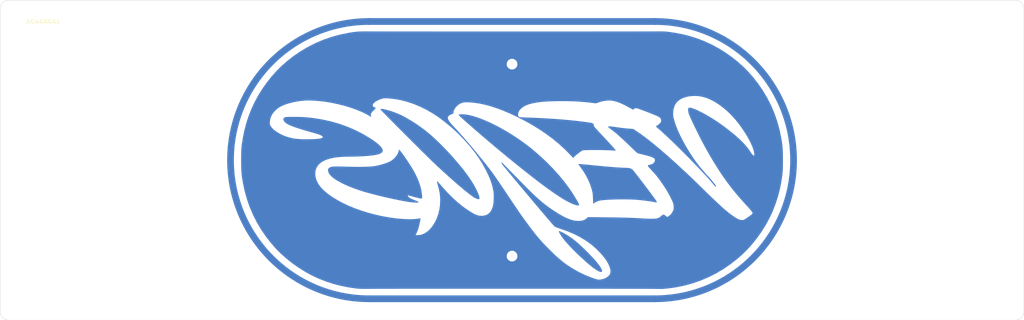
<source format=kicad_pcb>
(kicad_pcb (version 20211014) (generator pcbnew)
  (layers (0 "F.Cu" signal) (31 "B.Cu" signal) (34 "B.Paste" user) (35 "F.Paste" user) (36 "B.SilkS" user "B.Silkscreen") (37 "F.SilkS" user "F.Silkscreen") (38 "B.Mask" user) (39 "F.Mask" user) (44 "Edge.Cuts" user))
  (net 0 "")
  (footprint "MountingHole:MountingHole_3.2mm_M3" (layer "F.Cu") (at 285.75 38.1)
    (fp_text reference "REF**" hide)
    (fp_text value "MountingHole_3.2mm_M3" hide)
    (pad "" np_thru_hole circle (at 0 0) (size 3.2 3.2) (drill 3.2) (layers *.Cu *.Mask))
  )
  (footprint "MountingHole:MountingHole_3.2mm_M3" (layer "F.Cu") (at 304.8 95.25)
    (fp_text reference "REF**" hide)
    (fp_text value "MountingHole_3.2mm_M3" hide)
    (pad "" np_thru_hole circle (at 0 0) (size 3.2 3.2) (drill 3.2) (layers *.Cu *.Mask))
  )
  (footprint "MountingHole:MountingHole_3.2mm_M3" (layer "F.Cu") (at 38.1 38.1)
    (fp_text reference "REF**" hide)
    (fp_text value "MountingHole_3.2mm_M3" hide)
    (pad "" np_thru_hole circle (at 0 0) (size 3.2 3.2) (drill 3.2) (layers *.Cu *.Mask))
  )
  (footprint "MountingHole:MountingHole_3.2mm_M3" (layer "F.Cu") (at 38.1 95.25)
    (fp_text reference "REF**" hide)
    (fp_text value "MountingHole_3.2mm_M3" hide)
    (pad "" np_thru_hole circle (at 0 0) (size 3.2 3.2) (drill 3.2) (layers *.Cu *.Mask))
  )
  (footprint "MountingHole:MountingHole_3.2mm_M3" (layer "F.Cu") (at 171.45 38.1)
    (fp_text reference "REF**" hide)
    (fp_text value "MountingHole_3.2mm_M3" hide)
    (pad "" np_thru_hole circle (at 0 0) (size 3.2 3.2) (drill 3.2) (layers *.Cu *.Mask))
  )
  (footprint "MountingHole:MountingHole_3.2mm_M3" (layer "F.Cu") (at 171.45 95.25)
    (fp_text reference "REF**" hide)
    (fp_text value "MountingHole_3.2mm_M3" hide)
    (pad "" np_thru_hole circle (at 0 0) (size 3.2 3.2) (drill 3.2) (layers *.Cu *.Mask))
  )
  (footprint "mothface:vegas" (layer "B.Cu") (at 171.45 66.675 180)
    (fp_text reference "G***" hide)
    (fp_text value "LOGO" hide)
    (fp_poly (pts (xy -19.729073 -1.140269) (xy -19.757527 -1.221253) (xy -19.868316 -1.399292) (xy -20.038542 -1.638055) (xy -20.064528 -1.672564) (xy -21.103154 -3.130147) (xy -21.983885 -4.556134) (xy -22.712944 -5.962877) (xy -23.296553 -7.362727) (xy -23.740935 -8.768036) (xy -23.843749 -9.174582) (xy -23.933695 -9.587189) (xy -23.9988 -9.985711) (xy -24.044103 -10.417122) (xy -24.074645 -10.928397) (xy -24.093951 -11.506223) (xy -24.107177 -11.981005) (xy -24.120576 -12.392055) (xy -24.133075 -12.711274) (xy -24.143598 -12.910564) (xy -24.149723 -12.964662) (xy -24.222445 -12.934915) (xy -24.33826 -12.856178) (xy -24.613403 -12.681943) (xy -24.991417 -12.48432) (xy -25.413449 -12.291986) (xy -25.820645 -12.133615) (xy -25.82284 -12.132854) (xy -26.161389 -12.047587) (xy -26.650326 -11.969998) (xy -27.270291 -11.900578) (xy -28.001925 -11.839814) (xy -28.825868 -11.788196) (xy -29.722759 -11.746214) (xy -30.673241 -11.714357) (xy -31.657951 -11.693114) (xy -32.657532 -11.682975) (xy -33.652624 -11.684428) (xy -34.623866 -11.697963) (xy -35.551899 -11.724069) (xy -36.417363 -11.763235) (xy -37.200899 -11.815951) (xy -37.462876 -11.838682) (xy -38.220419 -11.913454) (xy -38.983789 -11.99689) (xy -39.729539 -12.085767) (xy -40.434224 -12.176865) (xy -41.074399 -12.266959) (xy -41.626618 -12.352827) (xy -42.067436 -12.431247) (xy -42.373407 -12.498996) (xy -42.463234 -12.525979) (xy -42.754927 -12.598925) (xy -42.966986 -12.593184) (xy -43.066182 -12.511051) (xy -43.069565 -12.484067) (xy -43.041836 -12.35913) (xy -42.985162 -12.191739) (xy -42.914604 -12.072997) (xy -42.750949 -11.833803) (xy -42.504841 -11.488249) (xy -42.186923 -11.050433) (xy -41.807842 -10.53445) (xy -41.37824 -9.954394) (xy -40.908763 -9.324362) (xy -40.410055 -8.658449) (xy -39.892759 -7.97075) (xy -39.367522 -7.275361) (xy -38.844986 -6.586377) (xy -38.335797 -5.917894) (xy -37.850598 -5.284008) (xy -37.400034 -4.698813) (xy -36.99475 -4.176405) (xy -36.64539 -3.730879) (xy -36.362599 -3.376332) (xy -36.15702 -3.126858) (xy -36.046631 -3.003639) (xy -35.81941 -2.790168) (xy -35.604821 -2.624779) (xy -35.376443 -2.500655) (xy -35.10786 -2.410979) (xy -34.772651 -2.348934) (xy -34.344399 -2.307704) (xy -33.796683 -2.28047) (xy -33.172909 -2.262124) (xy -32.696396 -2.245752) (xy -32.139612 -2.217871) (xy -31.493536 -2.177725) (xy -30.749143 -2.124561) (xy -29.897411 -2.057622) (xy -28.929316 -1.976153) (xy -27.835834 -1.879399) (xy -26.607943 -1.766605) (xy -25.236618 -1.637015) (xy -23.712837 -1.489875) (xy -22.350243 -1.356284) (xy -21.706767 -1.294171) (xy -21.119315 -1.240031) (xy -20.608765 -1.195585) (xy -20.195993 -1.162554) (xy -19.901878 -1.142659) (xy -19.747296 -1.137619)) (layer "B.Cu") (width 0) (fill solid))
    (fp_poly (pts (xy 15.114233 13.660474) (xy 15.482734 13.636175) (xy 15.739609 13.596465) (xy 15.857475 13.545799) (xy 15.861058 13.538955) (xy 15.860393 13.473794) (xy 15.815595 13.380927) (xy 15.716616 13.250573) (xy 15.553407 13.07295) (xy 15.315921 12.838276) (xy 14.994108 12.53677) (xy 14.57792 12.158648) (xy 14.057309 11.694131) (xy 13.422226 11.133435) (xy 13.090969 10.842357) (xy 10.203516 8.329016) (xy 7.294021 5.837829) (xy 4.385529 3.387938) (xy 1.501083 0.998486) (xy -1.336276 -1.311386) (xy -4.103504 -3.522535) (xy -5.904013 -4.937039) (xy -7.674819 -6.303182) (xy -9.328642 -7.54803) (xy -10.866689 -8.672344) (xy -12.290164 -9.676885) (xy -13.600274 -10.562413) (xy -14.798226 -11.329687) (xy -15.885225 -11.979468) (xy -16.862477 -12.512517) (xy -17.731189 -12.929593) (xy -18.492566 -13.231456) (xy -19.147815 -13.418868) (xy -19.442564 -13.470761) (xy -19.689139 -13.488861) (xy -19.861804 -13.47519) (xy -19.899498 -13.458164) (xy -19.950787 -13.364204) (xy -19.945872 -13.22283) (xy -19.876794 -13.012071) (xy -19.735595 -12.709959) (xy -19.514318 -12.294523) (xy -19.409846 -12.106422) (xy -18.26475 -10.195343) (xy -16.962333 -8.269445) (xy -15.51303 -6.340803) (xy -13.927277 -4.421491) (xy -12.21551 -2.523585) (xy -10.388165 -0.659156) (xy -8.455678 1.159719) (xy -6.428484 2.920967) (xy -6.40325 2.942016) (xy -5.043019 4.038642) (xy -3.63226 5.105093) (xy -2.182459 6.135649) (xy -0.705098 7.12459) (xy 0.788339 8.066195) (xy 2.286367 8.954743) (xy 3.777504 9.784515) (xy 5.250265 10.549789) (xy 6.693167 11.244846) (xy 8.094725 11.863965) (xy 9.443456 12.401426) (xy 10.727877 12.851508) (xy 11.936503 13.208491) (xy 13.05785 13.466655) (xy 14.080436 13.620279) (xy 14.992775 13.663642)) (layer "B.Cu") (width 0) (fill solid))
    (fp_poly (pts (xy 39.081082 15.235143) (xy 39.08704 15.229884) (xy 39.138721 15.115295) (xy 39.06907 14.952952) (xy 39.05685 14.934295) (xy 38.972742 14.837999) (xy 38.776818 14.630816) (xy 38.477861 14.321534) (xy 38.084653 13.91894) (xy 37.605977 13.431821) (xy 37.050616 12.868964) (xy 36.427353 12.239157) (xy 35.74497 11.551187) (xy 35.012251 10.813841) (xy 34.237978 10.035905) (xy 33.430934 9.226169) (xy 32.599902 8.393418) (xy 31.753665 7.546439) (xy 30.901004 6.694021) (xy 30.050704 5.84495) (xy 29.211547 5.008013) (xy 28.392315 4.191998) (xy 27.601792 3.405692) (xy 26.848761 2.657882) (xy 26.142003 1.957355) (xy 25.490303 1.312899) (xy 24.902442 0.7333) (xy 24.387203 0.227346) (xy 23.95337 -0.196176) (xy 23.609725 -0.528478) (xy 23.441202 -0.6892) (xy 22.070515 -1.975411) (xy 20.716221 -3.226675) (xy 19.39005 -4.432745) (xy 18.103729 -5.583373) (xy 16.868986 -6.668312) (xy 15.697549 -7.677316) (xy 14.601148 -8.600138) (xy 13.591509 -9.426529) (xy 12.680361 -10.146244) (xy 12.190301 -10.519256) (xy 11.631033 -10.912769) (xy 11.113818 -11.228149) (xy 10.653995 -11.459305) (xy 10.266902 -11.600146) (xy 9.967878 -11.64458) (xy 9.77226 -11.586516) (xy 9.712204 -11.503411) (xy 9.688042 -11.250125) (xy 9.753513 -10.873985) (xy 9.900989 -10.39145) (xy 10.122845 -9.818975) (xy 10.411455 -9.173016) (xy 10.759194 -8.470029) (xy 11.158435 -7.726471) (xy 11.601552 -6.958798) (xy 12.080921 -6.183466) (xy 12.411438 -5.67856) (xy 13.293922 -4.4167) (xy 14.290872 -3.089559) (xy 15.383476 -1.717489) (xy 16.552921 -0.320841) (xy 17.780395 1.080035) (xy 19.047086 2.464787) (xy 20.334181 3.813065) (xy 21.622868 5.104516) (xy 22.894336 6.318791) (xy 24.129771 7.435538) (xy 25.310361 8.434405) (xy 25.867224 8.87784) (xy 27.300148 9.946876) (xy 28.766843 10.953164) (xy 30.240101 11.880144) (xy 31.692712 12.711252) (xy 33.097469 13.429926) (xy 34.070336 13.871165) (xy 34.653716 14.107236) (xy 35.27726 14.336988) (xy 35.919046 14.554486) (xy 36.557155 14.753791) (xy 37.169667 14.928969) (xy 37.734663 15.074081) (xy 38.230222 15.183191) (xy 38.634425 15.250363) (xy 38.925351 15.269659)) (layer "B.Cu") (width 0) (fill solid))
    (fp_poly (pts (xy -13.93321 -21.180938) (xy -13.931772 -21.222046) (xy -13.977733 -21.383092) (xy -14.102831 -21.649618) (xy -14.287888 -21.98854) (xy -14.513725 -22.366774) (xy -14.761163 -22.751236) (xy -15.011026 -23.108843) (xy -15.076051 -23.196019) (xy -15.708133 -23.986752) (xy -16.465565 -24.859849) (xy -17.334101 -25.800831) (xy -18.299493 -26.795218) (xy -19.347495 -27.82853) (xy -20.463861 -28.886289) (xy -21.634344 -29.954016) (xy -22.341806 -30.580389) (xy -23.151916 -31.269645) (xy -23.899053 -31.865063) (xy -24.576576 -32.362925) (xy -25.177841 -32.759509) (xy -25.696207 -33.051096) (xy -26.125032 -33.233966) (xy -26.457672 -33.304401) (xy -26.687487 -33.258679) (xy -26.807835 -33.093081) (xy -26.810512 -33.082982) (xy -26.798194 -32.843549) (xy -26.676561 -32.501238) (xy -26.455612 -32.074128) (xy -26.145343 -31.580297) (xy -25.755752 -31.037825) (xy -25.496911 -30.707444) (xy -24.83876 -29.924339) (xy -24.075985 -29.071588) (xy -23.236878 -28.177414) (xy -22.349732 -27.27004) (xy -21.442839 -26.377688) (xy -20.544493 -25.528582) (xy -19.682985 -24.750945) (xy -18.886609 -24.072998) (xy -18.671094 -23.898441) (xy -17.979091 -23.369032) (xy -17.251415 -22.85494) (xy -16.517082 -22.37402) (xy -15.805105 -21.944129) (xy -15.144499 -21.583124) (xy -14.564278 -21.308863) (xy -14.287519 -21.20061) (xy -14.067946 -21.128973) (xy -13.964056 -21.121559)) (layer "B.Cu") (width 0) (fill solid))
    (fp_poly (pts (xy -43.229454 38.333153) (xy -42.385253 38.327194) (xy -42.177592 38.325302) (xy -41.85001 38.323056) (xy -41.359264 38.3209) (xy -40.712091 38.318836) (xy -39.915226 38.316862) (xy -38.975406 38.31498) (xy -37.899365 38.313188) (xy -36.69384 38.311487) (xy -35.365568 38.309877) (xy -33.921284 38.308358) (xy -32.367723 38.306929) (xy -30.711623 38.305592) (xy -28.959718 38.304345) (xy -27.118745 38.303189) (xy -25.195441 38.302124) (xy -23.196539 38.30115) (xy -21.128778 38.300267) (xy -18.998892 38.299474) (xy -16.813618 38.298773) (xy -14.579692 38.298162) (xy -12.303849 38.297642) (xy -9.992826 38.297213) (xy -7.653358 38.296875) (xy -5.292182 38.296627) (xy -2.916033 38.296471) (xy -0.531648 38.296405) (xy 1.854239 38.29643) (xy 4.23489 38.296546) (xy 6.603569 38.296753) (xy 8.953542 38.297051) (xy 11.278071 38.297439) (xy 13.570421 38.297919) (xy 15.823856 38.298489) (xy 18.03164 38.29915) (xy 20.187038 38.299902) (xy 22.283312 38.300745) (xy 24.313727 38.301679) (xy 26.271547 38.302703) (xy 28.150037 38.303819) (xy 29.942459 38.305025) (xy 31.642079 38.306322) (xy 33.24216 38.30771) (xy 34.735967 38.309189) (xy 36.116763 38.310758) (xy 37.377812 38.312419) (xy 38.512379 38.31417) (xy 39.513727 38.316012) (xy 40.375121 38.317945) (xy 41.089825 38.319969) (xy 41.651102 38.322084) (xy 42.052216 38.32429) (xy 42.177592 38.325302) (xy 43.161946 38.331987) (xy 44.006274 38.330688) (xy 44.740346 38.319385) (xy 45.393932 38.296058) (xy 45.996802 38.258689) (xy 46.578724 38.205258) (xy 47.169468 38.133746) (xy 47.798805 38.042134) (xy 48.496503 37.928403) (xy 48.803679 37.87587) (xy 51.334621 37.354456) (xy 53.801265 36.675992) (xy 56.201305 35.841613) (xy 58.532434 34.852456) (xy 60.792346 33.709657) (xy 62.978733 32.414351) (xy 65.089289 30.967676) (xy 67.121706 29.370766) (xy 68.467041 28.191305) (xy 70.033226 26.656609) (xy 71.538528 24.981943) (xy 72.965864 23.19149) (xy 74.298152 21.309436) (xy 75.518308 19.359968) (xy 76.609249 17.36727) (xy 77.553892 15.355528) (xy 77.585498 15.281785) (xy 78.436246 13.122308) (xy 79.149295 10.942662) (xy 79.732164 8.714464) (xy 80.192366 6.409334) (xy 80.507636 4.247492) (xy 80.552269 3.84199) (xy 80.587745 3.418339) (xy 80.614935 2.951959) (xy 80.634711 2.418266) (xy 80.647946 1.79268) (xy 80.655512 1.050617) (xy 80.65828 0.167497) (xy 80.658337 0) (xy 80.655103 -1.003829) (xy 80.643862 -1.869289) (xy 80.622305 -2.627816) (xy 80.588122 -3.310843) (xy 80.539004 -3.949808) (xy 80.47264 -4.576143) (xy 80.386722 -5.221286) (xy 80.278941 -5.91667) (xy 80.180887 -6.498662) (xy 79.659473 -9.029604) (xy 78.981009 -11.496248) (xy 78.14663 -13.896288) (xy 77.157473 -16.227417) (xy 76.014674 -18.487329) (xy 74.719368 -20.673716) (xy 73.272693 -22.784271) (xy 71.675783 -24.816689) (xy 70.496322 -26.162024) (xy 68.961626 -27.728208) (xy 67.286959 -29.233511) (xy 65.496507 -30.660847) (xy 63.614453 -31.993135) (xy 61.664985 -33.213291) (xy 59.672287 -34.304232) (xy 57.660545 -35.248875) (xy 57.586802 -35.280481) (xy 55.450604 -36.122909) (xy 53.295581 -36.830233) (xy 51.092598 -37.41017) (xy 48.812523 -37.870437) (xy 46.552509 -38.203384) (xy 46.186491 -38.244988) (xy 45.824334 -38.277787) (xy 45.441982 -38.30245) (xy 45.015375 -38.319647) (xy 44.520457 -38.33005) (xy 43.933169 -38.334329) (xy 43.229454 -38.333153) (xy 42.385253 -38.327194) (xy 42.177592 -38.325301) (xy 41.785707 -38.322445) (xy 41.235762 -38.319718) (xy 40.534358 -38.317119) (xy 39.688094 -38.314647) (xy 38.703571 -38.312302) (xy 37.587389 -38.310084) (xy 36.346149 -38.307991) (xy 34.98645 -38.306024) (xy 33.514893 -38.304182) (xy 31.938078 -38.302464) (xy 30.262605 -38.300871) (xy 28.495075 -38.2994) (xy 26.642087 -38.298053) (xy 24.710243 -38.296828) (xy 22.706142 -38.295725) (xy 20.636384 -38.294743) (xy 18.50757 -38.293882) (xy 16.326301 -38.293141) (xy 14.099175 -38.29252) (xy 11.832794 -38.292018) (xy 9.533757 -38.291635) (xy 7.208666 -38.29137) (xy 4.864119 -38.291223) (xy 2.506718 -38.291193) (xy 0.143063 -38.291279) (xy -2.220246 -38.291482) (xy -4.576609 -38.291801) (xy -6.919426 -38.292234) (xy -9.242096 -38.292783) (xy -11.53802 -38.293445) (xy -13.800596 -38.294221) (xy -16.023225 -38.29511) (xy -18.199306 -38.296112) (xy -20.322239 -38.297225) (xy -22.385425 -38.29845) (xy -24.382262 -38.299786) (xy -26.30615 -38.301233) (xy -28.15049 -38.302789) (xy -29.90868 -38.304455) (xy -31.574122 -38.30623) (xy -33.140213 -38.308114) (xy -34.600355 -38.310105) (xy -35.947947 -38.312203) (xy -37.176389 -38.314409) (xy -38.279081 -38.316721) (xy -39.249421 -38.319138) (xy -40.080811 -38.321661) (xy -40.766649 -38.324289) (xy -41.300336 -38.327021) (xy -41.675272 -38.329857) (xy -41.837792 -38.331871) (xy -42.530027 -38.342168) (xy -43.183667 -38.349586) (xy -43.775161 -38.354034) (xy -44.280953 -38.35542) (xy -44.67749 -38.353652) (xy -44.941219 -38.34864) (xy -45.023411 -38.344267) (xy -45.787172 -38.269828) (xy -46.587535 -38.181168) (xy -47.375073 -38.084411) (xy -48.100357 -37.985682) (xy -48.713957 -37.891106) (xy -48.803679 -37.875869) (xy -51.33462 -37.354456) (xy -53.801265 -36.675992) (xy -56.201305 -35.841613) (xy -58.532434 -34.852456) (xy -60.792345 -33.709657) (xy -62.978732 -32.414351) (xy -65.089288 -30.967676) (xy -67.121706 -29.370766) (xy -68.46704 -28.191305) (xy -70.033225 -26.656609) (xy -71.538527 -24.981942) (xy -72.965864 -23.191489) (xy -74.298152 -21.309436) (xy -75.518308 -19.359968) (xy -76.609249 -17.36727) (xy -77.553892 -15.355528) (xy -77.585497 -15.281785) (xy -78.436245 -13.122308) (xy -79.149295 -10.942661) (xy -79.732163 -8.714464) (xy -80.192366 -6.409334) (xy -80.507635 -4.247492) (xy -80.552269 -3.841989) (xy -80.587745 -3.418339) (xy -80.614935 -2.951959) (xy -80.634711 -2.418266) (xy -80.647946 -1.792679) (xy -80.655511 -1.050617) (xy -80.65828 -0.167497) (xy -80.658336 0) (xy -80.655102 1.003829) (xy -80.646547 1.662516) (xy -72.120744 1.662516) (xy -72.118469 1.476125) (xy -72.085741 1.387396) (xy -72.015318 1.360589) (xy -71.97357 1.359197) (xy -71.836195 1.401673) (xy -71.667612 1.538247) (xy -71.45607 1.782641) (xy -71.189822 2.148577) (xy -70.857119 2.649777) (xy -70.822419 2.703696) (xy -70.221444 3.560151) (xy -69.499638 4.443669) (xy -68.651039 5.359991) (xy -67.669688 6.314859) (xy -66.549623 7.314013) (xy -65.284884 8.363194) (xy -63.86951 9.468143) (xy -63.542475 9.71541) (xy -62.117456 10.759983) (xy -60.761857 11.695137) (xy -59.438927 12.544099) (xy -58.111916 13.33009) (xy -56.744072 14.076337) (xy -56.183867 14.365554) (xy -55.25413 14.821727) (xy -54.45928 15.175765) (xy -53.798592 15.427884) (xy -53.271342 15.578301) (xy -52.876808 15.627233) (xy -52.614264 15.574895) (xy -52.501985 15.466454) (xy -52.430774 15.204821) (xy -52.419903 14.836183) (xy -52.466481 14.41123) (xy -52.567615 13.980654) (xy -52.590923 13.907855) (xy -52.737262 13.514823) (xy -52.955316 12.990157) (xy -53.23631 12.351846) (xy -53.571464 11.61788) (xy -53.952 10.806246) (xy -54.369142 9.934933) (xy -54.814112 9.02193) (xy -55.278131 8.085225) (xy -55.752422 7.142806) (xy -56.228206 6.212662) (xy -56.696707 5.312782) (xy -57.149147 4.461154) (xy -57.576747 3.675766) (xy -57.636476 3.567893) (xy -58.921472 1.303421) (xy -60.183675 -0.814829) (xy -61.436909 -2.806542) (xy -62.695 -4.691401) (xy -63.971774 -6.489091) (xy -65.281058 -8.219297) (xy -66.636676 -9.901702) (xy -68.052454 -11.555992) (xy -69.006266 -12.619769) (xy -69.636799 -13.310937) (xy -70.16181 -13.8881) (xy -70.589927 -14.363089) (xy -70.929781 -14.747736) (xy -71.190004 -15.053871) (xy -71.379225 -15.293326) (xy -71.506075 -15.477932) (xy -71.579184 -15.61952) (xy -71.607183 -15.729922) (xy -71.598702 -15.820968) (xy -71.562372 -15.90449) (xy -71.506823 -15.99232) (xy -71.487628 -16.021387) (xy -71.37949 -16.128472) (xy -71.158608 -16.307643) (xy -70.854381 -16.53792) (xy -70.496208 -16.798326) (xy -70.113488 -17.067879) (xy -69.73562 -17.325601) (xy -69.392004 -17.550512) (xy -69.112039 -17.721634) (xy -69.077375 -17.741353) (xy -68.791523 -17.828687) (xy -68.413513 -17.84568) (xy -68.005077 -17.793989) (xy -67.697929 -17.704308) (xy -67.284647 -17.515227) (xy -66.779661 -17.237624) (xy -66.21993 -16.893938) (xy -65.642413 -16.506606) (xy -65.21168 -16.194854) (xy -64.726467 -15.824362) (xy -64.23473 -15.434454) (xy -63.726098 -15.015656) (xy -63.190199 -14.558496) (xy -62.616662 -14.053501) (xy -61.995115 -13.491199) (xy -61.315188 -12.862117) (xy -60.566509 -12.156782) (xy -59.738707 -11.365722) (xy -58.82141 -10.479465) (xy -57.804248 -9.488537) (xy -56.91175 -8.61417) (xy -54.872095 -6.627792) (xy -52.891526 -4.730887) (xy -50.974328 -2.927178) (xy -49.124791 -1.220386) (xy -47.347202 0.385766) (xy -45.64585 1.887555) (xy -44.025021 3.281259) (xy -42.489004 4.563156) (xy -41.042086 5.729523) (xy -39.688556 6.776639) (xy -38.432701 7.70078) (xy -37.27881 8.498224) (xy -36.953177 8.712188) (xy -36.061204 9.290674) (xy -35.084281 9.358819) (xy -33.957061 9.454652) (xy -32.704913 9.592384) (xy -31.366343 9.767493) (xy -30.419615 9.90665) (xy -29.804611 9.995634) (xy -29.338807 10.049161) (xy -29.005234 10.067183) (xy -28.786921 10.04965) (xy -28.666899 9.996515) (xy -28.6282 9.907728) (xy -28.628093 9.901498) (xy -28.637991 9.843143) (xy -28.680445 9.77546) (xy -28.774594 9.682332) (xy -28.939579 9.547644) (xy -29.194539 9.355279) (xy -29.558615 9.089123) (xy -29.803475 8.911825) (xy -30.351434 8.493051) (xy -31.005358 7.952259) (xy -31.76631 7.288487) (xy -32.635355 6.500775) (xy -33.613554 5.588163) (xy -34.701971 4.549688) (xy -35.685179 3.596015) (xy -36.188956 3.10729) (xy -36.58979 2.726611) (xy -36.903529 2.440553) (xy -37.146019 2.235693) (xy -37.333106 2.098606) (xy -37.480638 2.015868) (xy -37.598131 1.975486) (xy -38.65005 1.727127) (xy -39.546527 1.505766) (xy -40.299171 1.307421) (xy -40.919591 1.128111) (xy -41.419396 0.963853) (xy -41.810195 0.810666) (xy -42.103597 0.664568) (xy -42.311212 0.521576) (xy -42.444649 0.37771) (xy -42.4903 0.297484) (xy -42.552491 -0.027566) (xy -42.47504 -0.368921) (xy -42.282337 -0.698628) (xy -41.998775 -0.988732) (xy -41.648744 -1.211278) (xy -41.256636 -1.338313) (xy -41.046422 -1.357332) (xy -40.720222 -1.402826) (xy -40.508729 -1.525152) (xy -40.43612 -1.70399) (xy -40.494808 -1.827148) (xy -40.660909 -2.050103) (xy -40.919476 -2.354781) (xy -41.255563 -2.723104) (xy -41.434586 -2.911536) (xy -42.17233 -3.706725) (xy -42.876763 -4.5264) (xy -43.568195 -5.397091) (xy -44.266937 -6.345329) (xy -44.993298 -7.397645) (xy -45.732468 -8.525778) (xy -46.047654 -9.037612) (xy -46.388739 -9.626731) (xy -46.738207 -10.259602) (xy -47.078542 -10.902694) (xy -47.392225 -11.522477) (xy -47.661741 -12.085418) (xy -47.869574 -12.557987) (xy -47.958086 -12.786174) (xy -48.061571 -13.216032) (xy -48.112801 -13.762437) (xy -48.116911 -13.931772) (xy -48.11225 -14.325222) (xy -48.080644 -14.616518) (xy -48.009565 -14.872795) (xy -47.888162 -15.15761) (xy -47.704356 -15.501907) (xy -47.483264 -15.850095) (xy -47.342193 -16.03975) (xy -47.120515 -16.273459) (xy -46.848942 -16.508143) (xy -46.570015 -16.712477) (xy -46.326272 -16.855138) (xy -46.167121 -16.905017) (xy -46.057293 -16.849451) (xy -45.875662 -16.706042) (xy -45.723199 -16.565217) (xy -45.429788 -16.322473) (xy -45.16679 -16.221137) (xy -44.902508 -16.262917) (xy -44.605243 -16.449522) (xy -44.392349 -16.636921) (xy -44.054292 -16.926367) (xy -43.716383 -17.140635) (xy -43.344763 -17.290006) (xy -42.905572 -17.384765) (xy -42.364951 -17.435196) (xy -41.710368 -17.451493) (xy -41.214615 -17.447413) (xy -40.604631 -17.432557) (xy -39.935611 -17.408838) (xy -39.262749 -17.378166) (xy -38.737123 -17.348561) (xy -37.771383 -17.291397) (xy -36.80867 -17.241019) (xy -35.828493 -17.196814) (xy -34.810361 -17.158168) (xy -33.733781 -17.124467) (xy -32.578263 -17.095098) (xy -31.323314 -17.069448) (xy -29.948443 -17.046903) (xy -28.433159 -17.026849) (xy -27.719071 -17.018682) (xy -22.605032 -16.962629) (xy -22.264872 -17.269943) (xy -21.80754 -17.623906) (xy -21.321612 -17.871272) (xy -20.770615 -18.023973) (xy -20.118074 -18.09394) (xy -19.722616 -18.101573) (xy -18.933237 -18.048079) (xy -18.101121 -17.890563) (xy -17.216655 -17.624878) (xy -16.270231 -17.246879) (xy -15.252237 -16.752423) (xy -14.153063 -16.137362) (xy -12.963098 -15.397553) (xy -12.062876 -14.797725) (xy -11.494811 -14.406564) (xy -10.95884 -14.029239) (xy -10.445997 -13.657524) (xy -9.947312 -13.283197) (xy -9.453821 -12.898034) (xy -8.956554 -12.49381) (xy -8.446545 -12.062302) (xy -7.914827 -11.595287) (xy -7.352432 -11.084539) (xy -6.750394 -10.521837) (xy -6.099744 -9.898954) (xy -5.391516 -9.207669) (xy -4.616743 -8.439756) (xy -3.766457 -7.586992) (xy -2.831691 -6.641154) (xy -1.803478 -5.594017) (xy -0.67285 -4.437358) (xy 0.11391 -3.630411) (xy 0.687424 -3.043315) (xy 1.225956 -2.49509) (xy 1.717751 -1.997485) (xy 2.151055 -1.56225) (xy 2.514115 -1.201133) (xy 2.795177 -0.925884) (xy 2.982486 -0.748251) (xy 3.06429 -0.679983) (xy 3.065917 -0.679599) (xy 3.145615 -0.737979) (xy 3.102127 -0.912929) (xy 2.935598 -1.20416) (xy 2.64617 -1.611385) (xy 2.513773 -1.783946) (xy 2.381524 -1.948632) (xy 2.147096 -2.234771) (xy 1.817651 -2.633779) (xy 1.400354 -3.137071) (xy 0.902367 -3.73606) (xy 0.330853 -4.422163) (xy -0.307026 -5.186793) (xy -1.004106 -6.021365) (xy -1.753224 -6.917295) (xy -2.547217 -7.865995) (xy -3.378922 -8.858882) (xy -4.241177 -9.887371) (xy -5.126819 -10.942874) (xy -5.280516 -11.125961) (xy -6.401125 -12.459783) (xy -7.417152 -13.667031) (xy -8.332323 -14.752037) (xy -9.150359 -15.719129) (xy -9.874988 -16.572638) (xy -10.509932 -17.316895) (xy -11.058916 -17.956228) (xy -11.525664 -18.494969) (xy -11.913901 -18.937446) (xy -12.227352 -19.287991) (xy -12.469739 -19.550934) (xy -12.644789 -19.730604) (xy -12.756224 -19.831331) (xy -12.785369 -19.851372) (xy -12.987899 -19.945323) (xy -13.313795 -20.074077) (xy -13.723855 -20.223062) (xy -14.178877 -20.37771) (xy -14.356521 -20.435282) (xy -16.47723 -21.182952) (xy -18.459426 -22.027218) (xy -20.305273 -22.969409) (xy -22.016938 -24.010857) (xy -23.596586 -25.152891) (xy -25.046381 -26.396841) (xy -26.36849 -27.74404) (xy -26.509095 -27.901851) (xy -27.167476 -28.67538) (xy -27.709818 -29.375904) (xy -28.156209 -30.03208) (xy -28.526736 -30.672564) (xy -28.715278 -31.049164) (xy -29.040585 -31.815942) (xy -29.239985 -32.483923) (xy -29.31543 -33.066192) (xy -29.268872 -33.575834) (xy -29.1463 -33.937458) (xy -28.867174 -34.355038) (xy -28.449705 -34.735915) (xy -27.924111 -35.06469) (xy -27.320608 -35.325967) (xy -26.669411 -35.504349) (xy -26.000737 -35.584438) (xy -25.909323 -35.586902) (xy -25.650391 -35.57236) (xy -25.34112 -35.516153) (xy -24.949715 -35.410511) (xy -24.444382 -35.247662) (xy -24.252801 -35.181984) (xy -22.138457 -34.366658) (xy -20.108963 -33.412833) (xy -18.133569 -32.306195) (xy -17.223232 -31.737738) (xy -16.374465 -31.170541) (xy -15.563469 -30.585292) (xy -14.766445 -29.962681) (xy -13.959595 -29.283395) (xy -13.119118 -28.528125) (xy -12.221215 -27.677557) (xy -11.252053 -26.722358) (xy -10.390804 -25.852612) (xy -9.624445 -25.059898) (xy -8.929116 -24.316487) (xy -8.280959 -23.594649) (xy -7.656116 -22.866652) (xy -7.030728 -22.104767) (xy -6.380936 -21.281263) (xy -5.682883 -20.368411) (xy -4.998094 -19.453512) (xy -4.519846 -18.808145) (xy -4.079692 -18.210251) (xy -3.66623 -17.643442) (xy -3.268059 -17.091329) (xy -2.873777 -16.537523) (xy -2.471982 -15.965636) (xy -2.051274 -15.35928) (xy -1.600249 -14.702067) (xy -1.107506 -13.977607) (xy -0.561644 -13.169512) (xy 0.048739 -12.261394) (xy 0.735045 -11.236864) (xy 1.129229 -10.64739) (xy 5.443644 -10.64739) (xy 5.448406 -11.324211) (xy 5.477804 -12.010553) (xy 5.529953 -12.660698) (xy 5.602974 -13.228925) (xy 5.685492 -13.634448) (xy 5.965149 -14.481829) (xy 6.321981 -15.179626) (xy 6.760646 -15.731901) (xy 7.285808 -16.14272) (xy 7.902125 -16.416146) (xy 8.614259 -16.556242) (xy 9.061489 -16.577988) (xy 9.59903 -16.553963) (xy 10.093432 -16.469538) (xy 10.590506 -16.310991) (xy 11.136065 -16.0646) (xy 11.595652 -15.818923) (xy 13.111663 -14.892268) (xy 14.642857 -13.802772) (xy 16.18278 -12.556112) (xy 17.724979 -11.157963) (xy 19.263002 -9.614001) (xy 20.790395 -7.929903) (xy 21.460876 -7.141824) (xy 21.727958 -6.829781) (xy 21.964481 -6.56805) (xy 22.14519 -6.383609) (xy 22.244828 -6.303437) (xy 22.246149 -6.302974) (xy 22.307881 -6.31206) (xy 22.330934 -6.402088) (xy 22.312634 -6.58918) (xy 22.250303 -6.889455) (xy 22.141267 -7.319036) (xy 21.98285 -7.894044) (xy 21.980895 -7.900981) (xy 21.747188 -8.794731) (xy 21.580746 -9.598724) (xy 21.47247 -10.374975) (xy 21.41326 -11.185496) (xy 21.395173 -11.892976) (xy 21.452285 -13.350397) (xy 21.648075 -14.760643) (xy 21.977475 -16.110081) (xy 22.435414 -17.38508) (xy 23.016821 -18.572005) (xy 23.716627 -19.657224) (xy 24.52976 -20.627105) (xy 24.712726 -20.813153) (xy 25.440329 -21.424648) (xy 26.23475 -21.891572) (xy 27.07647 -22.202512) (xy 27.098997 -22.208462) (xy 27.363681 -22.261501) (xy 27.68152 -22.301902) (xy 28.012618 -22.327929) (xy 28.317075 -22.337844) (xy 28.554994 -22.329913) (xy 28.686478 -22.302397) (xy 28.698885 -22.278094) (xy 28.650534 -22.176939) (xy 28.546649 -21.963522) (xy 28.406794 -21.677985) (xy 28.357306 -21.577257) (xy 28.183036 -21.196241) (xy 28.026362 -20.790059) (xy 27.878265 -20.328688) (xy 27.729732 -19.782109) (xy 27.571744 -19.1203) (xy 27.440181 -18.523543) (xy 27.333806 -18.009079) (xy 27.26914 -17.64253) (xy 27.244892 -17.407441) (xy 27.259768 -17.287359) (xy 27.312478 -17.265831) (xy 27.342559 -17.280315) (xy 27.536555 -17.34999) (xy 27.870632 -17.416117) (xy 28.314973 -17.475751) (xy 28.839762 -17.525942) (xy 29.41518 -17.563745) (xy 30.01141 -17.586212) (xy 30.487155 -17.59115) (xy 32.402389 -17.527634) (xy 34.40167 -17.353637) (xy 36.459407 -17.075746) (xy 38.550009 -16.700546) (xy 40.647884 -16.234625) (xy 42.727441 -15.684569) (xy 44.763089 -15.056965) (xy 46.729236 -14.358399) (xy 48.600292 -13.595458) (xy 50.350664 -12.774728) (xy 51.437124 -12.199152) (xy 52.836968 -11.379782) (xy 54.072448 -10.573142) (xy 55.148229 -9.774778) (xy 56.068973 -8.980236) (xy 56.839347 -8.185062) (xy 57.464013 -7.384801) (xy 57.947637 -6.575) (xy 58.294883 -5.751204) (xy 58.341978 -5.605264) (xy 58.545883 -4.697531) (xy 58.588141 -3.834177) (xy 58.472215 -3.023361) (xy 58.201568 -2.273241) (xy 57.779662 -1.591974) (xy 57.209962 -0.98772) (xy 56.495929 -0.468636) (xy 56.060761 -0.231141) (xy 55.197143 0.139696) (xy 54.244503 0.4423) (xy 53.189605 0.678914) (xy 52.019216 0.851781) (xy 50.720099 0.963143) (xy 49.27902 1.015242) (xy 48.676254 1.019982) (xy 48.081215 1.024785) (xy 47.375533 1.03744) (xy 46.618205 1.056465) (xy 45.868233 1.080383) (xy 45.193311 1.10732) (xy 43.827014 1.182475) (xy 42.625666 1.277832) (xy 41.585409 1.39435) (xy 40.702384 1.532992) (xy 39.972733 1.694718) (xy 39.392598 1.880491) (xy 38.958122 2.091271) (xy 38.665445 2.328021) (xy 38.51071 2.591701) (xy 38.482275 2.779587) (xy 38.550917 3.175835) (xy 38.759168 3.604827) (xy 39.110511 4.070037) (xy 39.60843 4.574943) (xy 40.256409 5.12302) (xy 41.057933 5.717743) (xy 42.016485 6.362589) (xy 42.177313 6.465955) (xy 44.395205 7.785817) (xy 46.679981 8.952391) (xy 49.03513 9.966952) (xy 51.464141 10.830771) (xy 53.970505 11.545123) (xy 56.55771 12.11128) (xy 58.548482 12.438731) (xy 59.496016 12.567959) (xy 60.342471 12.66967) (xy 61.131053 12.74681) (xy 61.904966 12.802326) (xy 62.707412 12.839162) (xy 63.581597 12.860264) (xy 64.570723 12.868579) (xy 64.859198 12.869012) (xy 65.593092 12.868493) (xy 66.177321 12.865624) (xy 66.632113 12.859292) (xy 66.977699 12.848383) (xy 67.234307 12.831783) (xy 67.422167 12.80838) (xy 67.561508 12.777058) (xy 67.67256 12.736705) (xy 67.727175 12.711121) (xy 67.992002 12.524233) (xy 68.104504 12.290983) (xy 68.069966 11.991469) (xy 67.97813 11.766029) (xy 67.832002 11.522498) (xy 67.628911 11.286222) (xy 67.359723 11.053431) (xy 67.015308 10.820354) (xy 66.586531 10.58322) (xy 66.064261 10.338258) (xy 65.439365 10.081697) (xy 64.70271 9.809766) (xy 63.845166 9.518693) (xy 62.857598 9.204709) (xy 61.730875 8.864042) (xy 60.455863 8.49292) (xy 59.167559 8.127945) (xy 58.446057 7.921255) (xy 57.87008 7.745365) (xy 57.419611 7.592831) (xy 57.074634 7.456213) (xy 56.815132 7.328067) (xy 56.621091 7.200952) (xy 56.575264 7.16411) (xy 56.386781 6.984962) (xy 56.33836 6.856536) (xy 56.42727 6.737487) (xy 56.541698 6.655781) (xy 56.740575 6.552344) (xy 57.003526 6.466604) (xy 57.347059 6.396653) (xy 57.787681 6.340579) (xy 58.3419 6.296473) (xy 59.026224 6.262425) (xy 59.85716 6.236524) (xy 60.239552 6.227909) (xy 61.466943 6.21534) (xy 62.553001 6.233346) (xy 63.524032 6.284889) (xy 64.406345 6.372933) (xy 65.226247 6.50044) (xy 66.010046 6.670374) (xy 66.784048 6.885698) (xy 67.165697 7.008005) (xy 68.018342 7.330145) (xy 68.842842 7.713938) (xy 69.618328 8.144919) (xy 70.323932 8.608622) (xy 70.938785 9.090581) (xy 71.442018 9.576331) (xy 71.812764 10.051406) (xy 71.968148 10.336976) (xy 72.057492 10.570854) (xy 72.104515 10.801367) (xy 72.116052 11.086715) (xy 72.100303 11.462626) (xy 71.964407 12.325077) (xy 71.664513 13.148416) (xy 71.20301 13.927904) (xy 70.582284 14.658803) (xy 70.400386 14.835364) (xy 69.855307 15.305377) (xy 69.287842 15.707909) (xy 68.666062 16.059786) (xy 67.95804 16.377833) (xy 67.131848 16.678874) (xy 66.555376 16.861598) (xy 64.782929 17.31777) (xy 63.005805 17.615008) (xy 61.242524 17.750483) (xy 60.675877 17.759211) (xy 58.965593 17.710734) (xy 57.194937 17.569076) (xy 55.386512 17.340028) (xy 53.562922 17.029378) (xy 51.74677 16.642916) (xy 49.960661 16.18643) (xy 48.227197 15.66571) (xy 46.568982 15.086545) (xy 45.00862 14.454724) (xy 43.568714 13.776036) (xy 42.271868 13.056271) (xy 42.241656 13.037911) (xy 41.880971 12.818214) (xy 41.965569 13.040724) (xy 42.054105 13.382148) (xy 42.03672 13.698345) (xy 41.902329 14.014542) (xy 41.639849 14.355962) (xy 41.238194 14.747831) (xy 41.200729 14.781218) (xy 40.864983 15.101179) (xy 40.671881 15.344531) (xy 40.618289 15.521936) (xy 40.701077 15.644054) (xy 40.917112 15.721545) (xy 40.924059 15.722975) (xy 41.227459 15.822927) (xy 41.394081 15.990536) (xy 41.453773 16.260248) (xy 41.455519 16.336387) (xy 41.43913 16.54421) (xy 41.370307 16.715023) (xy 41.21956 16.90242) (xy 41.052007 17.069754) (xy 40.6374 17.397623) (xy 40.100575 17.715157) (xy 39.48868 17.998532) (xy 38.848859 18.223919) (xy 38.66944 18.273831) (xy 38.344232 18.350124) (xy 38.048018 18.395058) (xy 37.726587 18.412421) (xy 37.325729 18.406) (xy 36.995652 18.390803) (xy 35.087287 18.208732) (xy 33.154778 17.863796) (xy 31.208284 17.359532) (xy 29.257962 16.699477) (xy 27.313967 15.887167) (xy 25.386457 14.926139) (xy 23.485589 13.81993) (xy 23.021405 13.524782) (xy 21.718974 12.637073) (xy 20.365076 11.629152) (xy 18.992831 10.528149) (xy 17.635359 9.361196) (xy 16.325781 8.155427) (xy 15.585438 7.433242) (xy 13.944009 5.725211) (xy 12.456076 4.027354) (xy 11.107716 2.320909) (xy 9.885006 0.587117) (xy 8.774025 -1.192782) (xy 7.76085 -3.037549) (xy 7.641941 -3.270568) (xy 6.991142 -4.631459) (xy 6.461953 -5.90789) (xy 6.045903 -7.124693) (xy 5.734524 -8.306704) (xy 5.519346 -9.478754) (xy 5.515547 -9.505188) (xy 5.465397 -10.02581) (xy 5.443644 -10.64739) (xy 1.129229 -10.64739) (xy 1.148395 -10.618729) (xy 1.932687 -9.446671) (xy 2.633039 -8.403315) (xy 3.258784 -7.475357) (xy 3.819255 -6.649492) (xy 4.323786 -5.912415) (xy 4.781709 -5.250823) (xy 5.202359 -4.65141) (xy 5.595067 -4.100873) (xy 5.969169 -3.585905) (xy 6.333995 -3.093204) (xy 6.698881 -2.609463) (xy 7.073159 -2.12138) (xy 7.446087 -1.64135) (xy 8.175218 -0.717852) (xy 8.972438 0.273533) (xy 9.82249 1.314897) (xy 10.710115 2.388333) (xy 11.620053 3.475935) (xy 12.537046 4.559795) (xy 13.445833 5.622007) (xy 14.331158 6.644662) (xy 15.177759 7.609856) (xy 15.970379 8.499679) (xy 16.693758 9.296226) (xy 17.332637 9.981589) (xy 17.498483 10.155486) (xy 18.08809 10.796391) (xy 18.540999 11.350792) (xy 18.861169 11.827482) (xy 19.052556 12.235254) (xy 19.119121 12.582902) (xy 19.06482 12.879217) (xy 18.893613 13.132995) (xy 18.855607 13.170266) (xy 18.643669 13.32565) (xy 18.338363 13.499301) (xy 18.013344 13.650336) (xy 17.429188 13.889298) (xy 17.429031 14.251365) (xy 17.359798 14.687692) (xy 17.148173 15.152424) (xy 16.787716 15.657555) (xy 16.498924 15.983318) (xy 16.0149 16.438719) (xy 15.515895 16.780831) (xy 14.973435 17.019149) (xy 14.359043 17.163169) (xy 13.644247 17.222389) (xy 12.827425 17.207759) (xy 11.239523 17.07033) (xy 9.61395 16.82354) (xy 7.940601 16.464328) (xy 6.209369 15.989638) (xy 4.41015 15.396412) (xy 2.532838 14.681591) (xy 0.567327 13.842117) (xy -1.496486 12.874933) (xy -1.505685 12.870447) (xy -3.840482 11.677161) (xy -6.054128 10.431238) (xy -8.193504 9.105155) (xy -10.02408 7.869566) (xy -12.00447 6.412526) (xy -13.85025 4.905997) (xy -15.59553 3.3205) (xy -17.274416 1.626554) (xy -17.392477 1.500864) (xy -18.174317 0.665608) (xy -18.537827 1.003017) (xy -19.005497 1.420857) (xy -19.48759 1.822781) (xy -19.958295 2.189628) (xy -20.3918 2.502237) (xy -20.762294 2.741447) (xy -21.043966 2.888096) (xy -21.108897 2.91167) (xy -21.286681 2.938874) (xy -21.613121 2.961671) (xy -22.067028 2.980093) (xy -22.627216 2.994171) (xy -23.272497 3.003939) (xy -23.981686 3.009427) (xy -24.733594 3.010668) (xy -25.507035 3.007693) (xy -26.280822 3.000536) (xy -27.033768 2.989228) (xy -27.744686 2.9738) (xy -28.39239 2.954286) (xy -28.955691 2.930716) (xy -29.413403 2.903124) (xy -29.466622 2.899039) (xy -29.919555 2.866204) (xy -30.310378 2.843668) (xy -30.608878 2.832715) (xy -30.784841 2.834631) (xy -30.818381 2.84157) (xy -30.835423 2.886152) (xy -30.8157 2.960592) (xy -30.751203 3.074191) (xy -30.633923 3.23625) (xy -30.455851 3.45607) (xy -30.208976 3.742954) (xy -29.885291 4.106202) (xy -29.476786 4.555117) (xy -28.975452 5.098999) (xy -28.373279 5.747151) (xy -27.662258 6.508874) (xy -27.64141 6.531174) (xy -27.052766 7.161907) (xy -26.4963 7.760351) (xy -25.983424 8.314084) (xy -25.525551 8.810678) (xy -25.134094 9.23771) (xy -24.820467 9.582755) (xy -24.596081 9.833388) (xy -24.47235 9.977184) (xy -24.454359 10.000833) (xy -24.366308 10.20633) (xy -24.35804 10.371728) (xy -24.337492 10.5973) (xy -24.190227 10.820281) (xy -23.953166 10.992383) (xy -23.852674 11.032675) (xy -23.679024 11.073163) (xy -23.370215 11.130151) (xy -22.959551 11.198092) (xy -22.480336 11.271439) (xy -22.044481 11.333823) (xy -19.816998 11.617721) (xy -17.435424 11.874124) (xy -14.913501 12.101953) (xy -12.264972 12.300127) (xy -9.503579 12.467568) (xy -6.643065 12.603195) (xy -5.18194 12.658671) (xy -4.522541 12.682695) (xy -3.907493 12.707031) (xy -3.360267 12.730601) (xy -2.904336 12.752326) (xy -2.56317 12.771127) (xy -2.360242 12.785926) (xy -2.326545 12.78991) (xy -2.038154 12.881674) (xy -1.866036 13.063148) (xy -1.797102 13.356182) (xy -1.805074 13.660462) (xy -1.928643 14.245639) (xy -2.195343 14.774371) (xy -2.618382 15.272651) (xy -2.630138 15.284038) (xy -3.250772 15.791139) (xy -3.980265 16.214596) (xy -4.834857 16.562182) (xy -5.830786 16.841671) (xy -5.932403 16.864753) (xy -6.684101 17.020917) (xy -7.439324 17.15289) (xy -8.221073 17.262744) (xy -9.052349 17.352549) (xy -9.956154 17.424376) (xy -10.955487 17.480294) (xy -12.07335 17.522375) (xy -13.332744 17.552688) (xy -13.634448 17.55804) (xy -15.814399 17.56897) (xy -17.88078 17.524698) (xy -19.881534 17.422745) (xy -21.864603 17.260632) (xy -23.87793 17.03588) (xy -23.978636 17.023158) (xy -24.424399 16.967587) (xy -24.739855 16.934764) (xy -24.963242 16.926032) (xy -25.132799 16.942736) (xy -25.286764 16.986221) (xy -25.463376 17.05783) (xy -25.507733 17.076917) (xy -26.318288 17.36357) (xy -27.224043 17.577156) (xy -28.162276 17.707275) (xy -29.070266 17.743528) (xy -29.433424 17.727838) (xy -30.28935 17.602299) (xy -31.242341 17.343283) (xy -32.286984 16.952823) (xy -33.417863 16.432956) (xy -34.629564 15.785716) (xy -34.685143 15.754063) (xy -35.206269 15.460503) (xy -35.598545 15.249983) (xy -35.87744 15.115889) (xy -36.058422 15.051606) (xy -36.156961 15.050523) (xy -36.188526 15.106026) (xy -36.188628 15.1113) (xy -36.263865 15.23262) (xy -36.453537 15.35062) (xy -36.703593 15.440139) (xy -36.95998 15.476014) (xy -36.97198 15.475949) (xy -37.129274 15.443632) (xy -37.422005 15.354513) (xy -37.828691 15.216928) (xy -38.327851 15.039212) (xy -38.898006 14.829701) (xy -39.517673 14.59673) (xy -40.165371 14.348634) (xy -40.819621 14.09375) (xy -41.458941 13.840413) (xy -42.06185 13.596958) (xy -42.606867 13.371721) (xy -43.072511 13.173037) (xy -43.437302 13.009242) (xy -43.679759 12.888672) (xy -43.750929 12.84542) (xy -44.107379 12.537218) (xy -44.318717 12.209973) (xy -44.405514 11.861656) (xy -44.372891 11.512666) (xy -44.192961 11.164585) (xy -43.858856 10.807911) (xy -43.381941 10.445391) (xy -43.120291 10.263746) (xy -42.924587 10.117921) (xy -42.828337 10.033206) (xy -42.823748 10.02408) (xy -42.886065 9.955517) (xy -43.052539 9.801406) (xy -43.29708 9.585299) (xy -43.564369 9.355545) (xy -44.280246 8.732497) (xy -45.095502 7.996689) (xy -45.99632 7.162064) (xy -46.968886 6.242562) (xy -47.999384 5.252125) (xy -49.074001 4.204696) (xy -50.17892 3.114217) (xy -51.300327 1.994628) (xy -52.424407 0.859871) (xy -53.537345 -0.27611) (xy -54.625326 -1.399376) (xy -55.674535 -2.495983) (xy -56.671156 -3.551991) (xy -57.601376 -4.553456) (xy -58.451378 -5.486439) (xy -59.207348 -6.336996) (xy -59.821322 -7.050621) (xy -60.163446 -7.445913) (xy -60.416027 -7.711051) (xy -60.589024 -7.853601) (xy -60.692392 -7.881124) (xy -60.736089 -7.801185) (xy -60.73913 -7.747814) (xy -60.683063 -7.610441) (xy -60.523124 -7.364461) (xy -60.271704 -7.025154) (xy -59.941193 -6.607802) (xy -59.543983 -6.127689) (xy -59.092465 -5.600094) (xy -58.59903 -5.0403) (xy -58.076522 -4.464081) (xy -56.838658 -3.074178) (xy -55.704164 -1.7032) (xy -54.646831 -0.314988) (xy -53.640452 1.126615) (xy -52.65882 2.65777) (xy -51.675726 4.314634) (xy -51.535167 4.561004) (xy -50.6782 6.131693) (xy -49.925356 7.640789) (xy -49.281021 9.077874) (xy -48.749577 10.432526) (xy -48.335409 11.694328) (xy -48.0429 12.85286) (xy -48.039357 12.8699) (xy -47.954251 13.617507) (xy -47.982556 14.427974) (xy -48.116082 15.245503) (xy -48.346641 16.014296) (xy -48.574931 16.519061) (xy -49.018054 17.166845) (xy -49.602956 17.730444) (xy -50.321235 18.205113) (xy -51.164486 18.586108) (xy -52.124306 18.868684) (xy -53.016871 19.026829) (xy -54.233931 19.114937) (xy -55.442581 19.059914) (xy -56.649174 18.859129) (xy -57.860066 18.50995) (xy -59.081608 18.009745) (xy -60.320156 17.355884) (xy -61.582063 16.545734) (xy -62.873682 15.576663) (xy -64.201368 14.44604) (xy -64.307023 14.350626) (xy -65.074843 13.611951) (xy -65.850752 12.785582) (xy -66.62462 11.887594) (xy -67.38632 10.934063) (xy -68.125722 9.941064) (xy -68.832698 8.924672) (xy -69.49712 7.900964) (xy -70.108859 6.886016) (xy -70.657785 5.895901) (xy -71.133772 4.946697) (xy -71.52669 4.054479) (xy -71.82641 3.235323) (xy -72.022804 2.505303) (xy -72.099805 1.982313) (xy -72.120744 1.662516) (xy -80.646547 1.662516) (xy -80.643862 1.86929) (xy -80.622305 2.627816) (xy -80.588122 3.310844) (xy -80.539003 3.949808) (xy -80.47264 4.576144) (xy -80.386722 5.221286) (xy -80.27894 5.916671) (xy -80.180886 6.498662) (xy -79.659473 9.029604) (xy -78.981008 11.496248) (xy -78.14663 13.896288) (xy -77.157473 16.227417) (xy -76.014673 18.487329) (xy -74.719368 20.673716) (xy -73.272692 22.784272) (xy -71.675783 24.81669) (xy -70.496321 26.162024) (xy -68.961626 27.728209) (xy -67.286959 29.233511) (xy -65.496506 30.660847) (xy -63.614453 31.993135) (xy -61.664984 33.213291) (xy -59.672287 34.304232) (xy -57.660545 35.248875) (xy -57.586802 35.280481) (xy -55.450603 36.12291) (xy -53.29558 36.830234) (xy -51.092598 37.41017) (xy -48.812522 37.870437) (xy -46.552508 38.203384) (xy -46.18649 38.244989) (xy -45.824334 38.277787) (xy -45.441981 38.30245) (xy -45.015375 38.319648) (xy -44.520457 38.330051) (xy -43.933169 38.334329)) (layer "B.Cu") (width 0) (fill solid))
    (fp_poly (pts (xy 33.634726 3.104011) (xy 33.690675 3.000156) (xy 33.744399 2.795074) (xy 33.755193 2.734104) (xy 33.914589 2.186479) (xy 34.209093 1.611537) (xy 34.61434 1.040549) (xy 35.10596 0.504789) (xy 35.659587 0.035529) (xy 36.06922 -0.235615) (xy 36.625735 -0.520445) (xy 37.313359 -0.806314) (xy 38.093806 -1.081197) (xy 38.928788 -1.333064) (xy 39.780019 -1.549888) (xy 40.609212 -1.719643) (xy 40.988295 -1.780895) (xy 41.70503 -1.864251) (xy 42.574306 -1.929104) (xy 43.579735 -1.975098) (xy 44.704928 -2.001872) (xy 45.9335 -2.00907) (xy 47.249061 -1.996334) (xy 48.635224 -1.963305) (xy 48.921101 -1.954179) (xy 49.987055 -1.920691) (xy 50.897758 -1.897384) (xy 51.667618 -1.88539) (xy 52.311043 -1.885841) (xy 52.842441 -1.899869) (xy 53.276218 -1.928606) (xy 53.626784 -1.973185) (xy 53.908545 -2.034737) (xy 54.13591 -2.114394) (xy 54.323286 -2.213288) (xy 54.485081 -2.332551) (xy 54.557546 -2.397047) (xy 54.708236 -2.555399) (xy 54.77745 -2.705289) (xy 54.787333 -2.916119) (xy 54.775708 -3.080763) (xy 54.70185 -3.51349) (xy 54.545074 -3.905816) (xy 54.28385 -4.297383) (xy 53.896647 -4.727833) (xy 53.862451 -4.762266) (xy 53.279071 -5.273951) (xy 52.54038 -5.800817) (xy 51.659622 -6.336723) (xy 50.650041 -6.875527) (xy 49.524882 -7.411086) (xy 48.29739 -7.937259) (xy 46.980809 -8.447903) (xy 45.588384 -8.936877) (xy 44.133359 -9.398038) (xy 43.409365 -9.609772) (xy 41.9565 -10.008488) (xy 40.376629 -10.415508) (xy 38.711693 -10.821184) (xy 37.003636 -11.215867) (xy 35.294398 -11.589909) (xy 33.625922 -11.933662) (xy 32.04015 -12.237477) (xy 31.78448 -12.283978) (xy 31.121849 -12.394163) (xy 30.46018 -12.48717) (xy 29.823646 -12.561123) (xy 29.23642 -12.61415) (xy 28.722677 -12.644376) (xy 28.306591 -12.649927) (xy 28.012335 -12.628929) (xy 27.873579 -12.587151) (xy 27.829149 -12.515096) (xy 27.893116 -12.424239) (xy 28.07795 -12.307156) (xy 28.396118 -12.156427) (xy 28.860092 -11.964629) (xy 29.035123 -11.895811) (xy 29.578678 -11.678586) (xy 29.990986 -11.498957) (xy 30.302074 -11.341077) (xy 30.541972 -11.189102) (xy 30.740708 -11.027185) (xy 30.814794 -10.956687) (xy 30.998013 -10.74677) (xy 31.045695 -10.609665) (xy 30.954191 -10.544938) (xy 30.719851 -10.552157) (xy 30.339028 -10.630889) (xy 29.808071 -10.780702) (xy 29.675657 -10.821621) (xy 29.273257 -10.939701) (xy 28.809496 -11.063429) (xy 28.321501 -11.184273) (xy 27.846403 -11.293701) (xy 27.421331 -11.383178) (xy 27.083414 -11.444173) (xy 26.869781 -11.468152) (xy 26.862067 -11.468227) (xy 26.805922 -11.446353) (xy 26.773234 -11.361989) (xy 26.761684 -11.187019) (xy 26.768952 -10.893329) (xy 26.786696 -10.555017) (xy 26.930083 -9.324683) (xy 27.219453 -8.025535) (xy 27.650985 -6.668921) (xy 28.220865 -5.266192) (xy 28.925273 -3.828697) (xy 29.246694 -3.241457) (xy 29.560932 -2.699303) (xy 29.918019 -2.109347) (xy 30.307241 -1.487082) (xy 30.717886 -0.848) (xy 31.13924 -0.207594) (xy 31.560589 0.418644) (xy 31.971221 1.015222) (xy 32.360422 1.566647) (xy 32.717478 2.057426) (xy 33.031677 2.472068) (xy 33.292305 2.79508) (xy 33.488648 3.01097) (xy 33.609994 3.104244)) (layer "B.Cu") (width 0) (fill solid))
  )
  (gr_arc (start 213.995 25.4) (mid 255.27 66.675) (end 213.995 107.95) (layer "B.Cu") (width 2))
  (gr_line (start 213.995 107.95) (end 128.905 107.95) (layer "B.Cu") (width 2))
  (gr_line (start 128.905 25.4) (end 213.995 25.4) (layer "B.Cu") (width 2))
  (gr_arc (start 128.905 107.95) (mid 87.63 66.675) (end 128.905 25.4) (layer "B.Cu") (width 2))
  (gr_line (start 19.05 21.59) (end 19.05 111.76) (layer "Edge.Cuts") (width 0.1))
  (gr_line (start 22.86 19.05) (end 21.59 19.05) (layer "Edge.Cuts") (width 0.1))
  (gr_line (start 323.85 111.76) (end 323.85 21.59) (layer "Edge.Cuts") (width 0.1))
  (gr_arc (start 21.59 114.3) (mid 19.793949 113.556051) (end 19.05 111.76) (layer "Edge.Cuts") (width 0.1))
  (gr_arc (start 19.05 21.59) (mid 19.793949 19.793949) (end 21.59 19.05) (layer "Edge.Cuts") (width 0.1))
  (gr_line (start 321.31 19.05) (end 22.86 19.05) (layer "Edge.Cuts") (width 0.1))
  (gr_arc (start 323.85 111.76) (mid 323.106051 113.556051) (end 321.31 114.3) (layer "Edge.Cuts") (width 0.1))
  (gr_line (start 21.59 114.3) (end 321.31 114.3) (layer "Edge.Cuts") (width 0.1))
  (gr_arc (start 321.31 19.05) (mid 323.106051 19.793949) (end 323.85 21.59) (layer "Edge.Cuts") (width 0.1))
  (gr_text "JLCJLCJLCJLC" (at 31.75 25.4) (layer "F.SilkS") (effects (font (size 1 1))))
)
</source>
